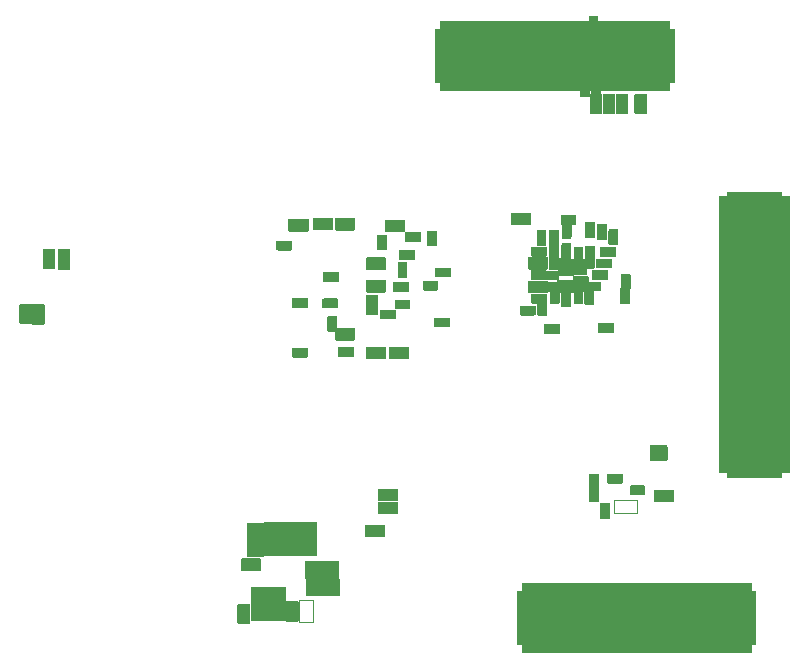
<source format=gbr>
%TF.GenerationSoftware,Altium Limited,Altium Designer,25.7.1 (20)*%
G04 Layer_Color=10063769*
%FSLAX45Y45*%
%MOMM*%
%TF.SameCoordinates,1AA72D45-9F13-4BD8-B423-63960E99F270*%
%TF.FilePolarity,Positive*%
%TF.FileFunction,Other,Bottom_Courtyard*%
%TF.Part,Single*%
G01*
G75*
%TA.AperFunction,NonConductor*%
%ADD108C,0.02540*%
G36*
X5743600Y5400192D02*
X5745709D01*
Y5244389D01*
X5743600D01*
Y5236489D01*
X5642000D01*
Y5244389D01*
X5639892D01*
Y5400192D01*
X5642000D01*
Y5408092D01*
X5743600D01*
Y5400192D01*
D02*
G37*
G36*
X5635092Y5399380D02*
X5637200D01*
Y5243576D01*
X5635092D01*
Y5235677D01*
X5533492D01*
Y5243576D01*
X5531383D01*
Y5399380D01*
X5533492D01*
Y5407279D01*
X5635092D01*
Y5399380D01*
D02*
G37*
G36*
X5493588Y6055309D02*
X5495087D01*
Y6025896D01*
X6100140D01*
Y5957316D01*
X6140856D01*
Y5498338D01*
X6100140D01*
Y5429758D01*
X5514188D01*
Y5407000D01*
X5525440D01*
Y5399100D01*
X5527548D01*
Y5243297D01*
X5525440D01*
Y5235397D01*
X5423840D01*
Y5243297D01*
X5421732D01*
Y5378221D01*
X5341493D01*
Y5388432D01*
X5339994D01*
Y5429758D01*
X4155567D01*
Y5498338D01*
X4114851D01*
Y5957316D01*
X4155567D01*
Y6025896D01*
X5411267D01*
Y6055309D01*
X5412765D01*
Y6065520D01*
X5493588D01*
Y6055309D01*
D02*
G37*
G36*
X5902274Y5398592D02*
X5904382D01*
Y5242789D01*
X5902274D01*
Y5234889D01*
X5800674D01*
Y5242789D01*
X5798566D01*
Y5398592D01*
X5800674D01*
Y5406492D01*
X5902274D01*
Y5398592D01*
D02*
G37*
G36*
X4918050Y4394733D02*
X4925949D01*
Y4293133D01*
X4918050D01*
Y4291025D01*
X4762246D01*
Y4293133D01*
X4754347D01*
Y4394733D01*
X4762246D01*
Y4396842D01*
X4918050D01*
Y4394733D01*
D02*
G37*
G36*
X3241497Y4353611D02*
X3249397D01*
Y4252011D01*
X3241497D01*
Y4249903D01*
X3085694D01*
Y4252011D01*
X3077794D01*
Y4353611D01*
X3085694D01*
Y4355719D01*
X3241497D01*
Y4353611D01*
D02*
G37*
G36*
X3429432Y4352011D02*
X3437331D01*
Y4250411D01*
X3429432D01*
Y4248302D01*
X3273628D01*
Y4250411D01*
X3265729D01*
Y4352011D01*
X3273628D01*
Y4354119D01*
X3429432D01*
Y4352011D01*
D02*
G37*
G36*
X3033370Y4341927D02*
X3041269D01*
Y4240327D01*
X3033370D01*
Y4238219D01*
X2877566D01*
Y4240327D01*
X2869667D01*
Y4341927D01*
X2877566D01*
Y4344035D01*
X3033370D01*
Y4341927D01*
D02*
G37*
G36*
X3852342Y4336948D02*
X3860241D01*
Y4235348D01*
X3852342D01*
Y4233240D01*
X3696538D01*
Y4235348D01*
X3688639D01*
Y4336948D01*
X3696538D01*
Y4339057D01*
X3852342D01*
Y4336948D01*
D02*
G37*
G36*
X5465572Y4313276D02*
X5467071D01*
Y4199484D01*
X5465572D01*
Y4189273D01*
X5384749D01*
Y4199484D01*
X5383251D01*
Y4313276D01*
X5384749D01*
Y4323486D01*
X5465572D01*
Y4313276D01*
D02*
G37*
G36*
X5298745Y4377004D02*
X5308956D01*
Y4296181D01*
X5298745D01*
Y4294683D01*
X5266944D01*
Y4189857D01*
X5265445D01*
Y4179646D01*
X5184623D01*
Y4189857D01*
X5183124D01*
Y4296181D01*
X5174742D01*
Y4377004D01*
X5184953D01*
Y4378503D01*
X5298745D01*
Y4377004D01*
D02*
G37*
G36*
X5565470Y4290517D02*
X5566969D01*
Y4176725D01*
X5565470D01*
Y4166514D01*
X5484647D01*
Y4176725D01*
X5483149D01*
Y4290517D01*
X5484647D01*
Y4300728D01*
X5565470D01*
Y4290517D01*
D02*
G37*
G36*
X3980663Y4232961D02*
X3990873D01*
Y4152138D01*
X3980663D01*
Y4150639D01*
X3866871D01*
Y4152138D01*
X3856660D01*
Y4232961D01*
X3866871D01*
Y4234459D01*
X3980663D01*
Y4232961D01*
D02*
G37*
G36*
X5661025Y4247058D02*
X5662524D01*
Y4133266D01*
X5661025D01*
Y4123055D01*
X5580202D01*
Y4133266D01*
X5578704D01*
Y4247058D01*
X5580202D01*
Y4257269D01*
X5661025D01*
Y4247058D01*
D02*
G37*
G36*
X5052898Y4239260D02*
X5054397D01*
Y4125468D01*
X5052898D01*
Y4115257D01*
X4972075D01*
Y4125468D01*
X4970577D01*
Y4239260D01*
X4972075D01*
Y4249471D01*
X5052898D01*
Y4239260D01*
D02*
G37*
G36*
X4125976Y4237863D02*
X4127475D01*
Y4124071D01*
X4125976D01*
Y4113860D01*
X4045153D01*
Y4124071D01*
X4043655D01*
Y4237863D01*
X4045153D01*
Y4248074D01*
X4125976D01*
Y4237863D01*
D02*
G37*
G36*
X3703117Y4203954D02*
X3704615D01*
Y4090162D01*
X3703117D01*
Y4079951D01*
X3622294D01*
Y4090162D01*
X3620795D01*
Y4203954D01*
X3622294D01*
Y4214165D01*
X3703117D01*
Y4203954D01*
D02*
G37*
G36*
X2892349Y4160088D02*
X2902560D01*
Y4079265D01*
X2892349D01*
Y4077767D01*
X2778557D01*
Y4079265D01*
X2768346D01*
Y4160088D01*
X2778557D01*
Y4161587D01*
X2892349D01*
Y4160088D01*
D02*
G37*
G36*
X5050003Y4109695D02*
X5060213D01*
Y4028872D01*
X5050003D01*
Y4027373D01*
X4936211D01*
Y4028872D01*
X4926000D01*
Y4109695D01*
X4936211D01*
Y4111193D01*
X5050003D01*
Y4109695D01*
D02*
G37*
G36*
X5632044Y4106215D02*
X5642254D01*
Y4025392D01*
X5632044D01*
Y4023893D01*
X5518252D01*
Y4025392D01*
X5508041D01*
Y4106215D01*
X5518252D01*
Y4107713D01*
X5632044D01*
Y4106215D01*
D02*
G37*
G36*
X3927805Y4083380D02*
X3938016D01*
Y4002557D01*
X3927805D01*
Y4001059D01*
X3814013D01*
Y4002557D01*
X3803802D01*
Y4083380D01*
X3814013D01*
Y4084879D01*
X3927805D01*
Y4083380D01*
D02*
G37*
G36*
X5599938Y4009161D02*
X5610149D01*
Y3928339D01*
X5599938D01*
Y3926840D01*
X5486146D01*
Y3928339D01*
X5475935D01*
Y4009161D01*
X5486146D01*
Y4010660D01*
X5599938D01*
Y4009161D01*
D02*
G37*
G36*
X892378Y4084625D02*
X894486D01*
Y3928821D01*
X892378D01*
Y3920922D01*
X790778D01*
Y3928821D01*
X788670D01*
Y4084625D01*
X790778D01*
Y4092524D01*
X892378D01*
Y4084625D01*
D02*
G37*
G36*
X1021080Y4080332D02*
X1023188D01*
Y3924529D01*
X1021080D01*
Y3916629D01*
X919480D01*
Y3924529D01*
X917372D01*
Y4080332D01*
X919480D01*
Y4088232D01*
X1021080D01*
Y4080332D01*
D02*
G37*
G36*
X5061001Y4020210D02*
X5068900D01*
Y3918610D01*
X5061001D01*
Y3916502D01*
X4905197D01*
Y3918610D01*
X4897298D01*
Y4020210D01*
X4905197D01*
Y4022319D01*
X5061001D01*
Y4020210D01*
D02*
G37*
G36*
X3687623Y4019321D02*
X3695522D01*
Y3917721D01*
X3687623D01*
Y3915613D01*
X3531819D01*
Y3917721D01*
X3523920D01*
Y4019321D01*
X3531819D01*
Y4021430D01*
X3687623D01*
Y4019321D01*
D02*
G37*
G36*
X5157191Y4240505D02*
X5158689D01*
Y4126713D01*
Y4018559D01*
X5181346D01*
Y4129634D01*
X5182845D01*
Y4139844D01*
X5263667D01*
Y4129634D01*
X5265166D01*
Y4015842D01*
X5263667D01*
Y4007155D01*
X5284572D01*
Y4099687D01*
X5286070D01*
Y4109898D01*
X5366893D01*
Y4099687D01*
X5368392D01*
Y4009771D01*
X5383047D01*
Y4105224D01*
X5384546D01*
Y4115435D01*
X5465369D01*
Y4105224D01*
X5466867D01*
Y3991432D01*
X5465369D01*
Y3981221D01*
X5463845D01*
Y3927450D01*
X5453634D01*
Y3925951D01*
X5395087D01*
Y3871392D01*
X5384876D01*
Y3869893D01*
X5286883D01*
Y3863137D01*
X5276672D01*
Y3861638D01*
X5163515D01*
Y3826891D01*
X5153304D01*
Y3825494D01*
X5279034D01*
Y3852469D01*
X5280533D01*
Y3862680D01*
X5361356D01*
Y3862426D01*
X5410733D01*
Y3852215D01*
X5412232D01*
Y3816096D01*
X5509285D01*
Y3814597D01*
X5519496D01*
Y3733775D01*
X5509285D01*
Y3732276D01*
X5460416D01*
Y3629838D01*
X5458917D01*
Y3619627D01*
X5378094D01*
Y3629838D01*
X5376596D01*
Y3728212D01*
X5367985D01*
Y3633064D01*
X5366487D01*
Y3622853D01*
X5285664D01*
Y3633064D01*
X5284165D01*
Y3719678D01*
X5262905D01*
Y3607460D01*
X5261407D01*
Y3597250D01*
X5180584D01*
Y3607460D01*
X5179085D01*
Y3719678D01*
X5165674D01*
Y3638779D01*
X5164176D01*
Y3628568D01*
X5083353D01*
Y3638779D01*
X5081854D01*
Y3731870D01*
X5069205D01*
Y3718712D01*
X5061306D01*
Y3716604D01*
X4905502D01*
Y3718712D01*
X4897603D01*
Y3820312D01*
X4905502D01*
Y3822421D01*
X5061306D01*
Y3820312D01*
X5069205D01*
Y3815690D01*
X5140122D01*
Y3823386D01*
X5148021D01*
Y3825392D01*
X5039512D01*
Y3826891D01*
X5029302D01*
Y3831742D01*
X4930267D01*
Y3833241D01*
X4920056D01*
Y3914064D01*
X4930267D01*
Y3915562D01*
X5044059D01*
Y3914064D01*
X5054270D01*
Y3909212D01*
X5152669D01*
Y3912743D01*
X5081880D01*
Y3914851D01*
X5073980D01*
Y4016451D01*
X5074869D01*
Y4126713D01*
Y4240505D01*
X5076368D01*
Y4250715D01*
X5157191D01*
Y4240505D01*
D02*
G37*
G36*
X4237507Y3933495D02*
X4247718D01*
Y3852672D01*
X4237507D01*
Y3851173D01*
X4123715D01*
Y3852672D01*
X4113505D01*
Y3933495D01*
X4123715D01*
Y3934993D01*
X4237507D01*
Y3933495D01*
D02*
G37*
G36*
X3876015Y3971849D02*
X3877513D01*
Y3858057D01*
X3876015D01*
Y3847846D01*
X3795192D01*
Y3858057D01*
X3793693D01*
Y3971849D01*
X3795192D01*
Y3982060D01*
X3876015D01*
Y3971849D01*
D02*
G37*
G36*
X5567020Y3914064D02*
X5577230D01*
Y3833241D01*
X5567020D01*
Y3831742D01*
X5453228D01*
Y3833241D01*
X5443017D01*
Y3914064D01*
X5453228D01*
Y3915562D01*
X5567020D01*
Y3914064D01*
D02*
G37*
G36*
X3284626Y3893439D02*
X3294837D01*
Y3812616D01*
X3284626D01*
Y3811118D01*
X3170834D01*
Y3812616D01*
X3160624D01*
Y3893439D01*
X3170834D01*
Y3894938D01*
X3284626D01*
Y3893439D01*
D02*
G37*
G36*
X4130091Y3822141D02*
X4140302D01*
Y3741318D01*
X4130091D01*
Y3739820D01*
X4016299D01*
Y3741318D01*
X4006088D01*
Y3822141D01*
X4016299D01*
Y3823640D01*
X4130091D01*
Y3822141D01*
D02*
G37*
G36*
X3878377Y3812159D02*
X3888588D01*
Y3731336D01*
X3878377D01*
Y3729838D01*
X3764585D01*
Y3731336D01*
X3754374D01*
Y3812159D01*
X3764585D01*
Y3813658D01*
X3878377D01*
Y3812159D01*
D02*
G37*
G36*
X3688715Y3826815D02*
X3696614D01*
Y3725215D01*
X3688715D01*
Y3723107D01*
X3532911D01*
Y3725215D01*
X3525012D01*
Y3826815D01*
X3532911D01*
Y3828923D01*
X3688715D01*
Y3826815D01*
D02*
G37*
G36*
X5765876Y3870985D02*
X5767375D01*
Y3757193D01*
X5765876D01*
Y3746983D01*
X5761838D01*
Y3639693D01*
X5760339D01*
Y3629482D01*
X5679516D01*
Y3639693D01*
X5678018D01*
Y3753485D01*
X5679516D01*
Y3763696D01*
X5683555D01*
Y3870985D01*
X5685053D01*
Y3881196D01*
X5765876D01*
Y3870985D01*
D02*
G37*
G36*
X3023845Y3675659D02*
X3034055D01*
Y3594837D01*
X3023845D01*
Y3593338D01*
X2910053D01*
Y3594837D01*
X2899842D01*
Y3675659D01*
X2910053D01*
Y3677158D01*
X3023845D01*
Y3675659D01*
D02*
G37*
G36*
X3282391Y3672002D02*
X3292602D01*
Y3591179D01*
X3282391D01*
Y3589680D01*
X3168599D01*
Y3591179D01*
X3158388D01*
Y3672002D01*
X3168599D01*
Y3673500D01*
X3282391D01*
Y3672002D01*
D02*
G37*
G36*
X3893287Y3662121D02*
X3903497D01*
Y3581298D01*
X3893287D01*
Y3579800D01*
X3779495D01*
Y3581298D01*
X3769284D01*
Y3662121D01*
X3779495D01*
Y3663620D01*
X3893287D01*
Y3662121D01*
D02*
G37*
G36*
X3628542Y3695065D02*
X3630651D01*
Y3539261D01*
X3628542D01*
Y3531362D01*
X3526942D01*
Y3539261D01*
X3524834D01*
Y3695065D01*
X3526942D01*
Y3702964D01*
X3628542D01*
Y3695065D01*
D02*
G37*
G36*
X4951857Y3610864D02*
X4962068D01*
Y3530041D01*
X4951857D01*
Y3528543D01*
X4838065D01*
Y3530041D01*
X4827854D01*
Y3610864D01*
X4838065D01*
Y3612363D01*
X4951857D01*
Y3610864D01*
D02*
G37*
G36*
X5047767Y3711473D02*
X5057978D01*
Y3655644D01*
X5060620D01*
Y3645433D01*
X5062118D01*
Y3531641D01*
X5060620D01*
Y3521431D01*
X4979797D01*
Y3531641D01*
X4978298D01*
Y3629152D01*
X4933975D01*
Y3630651D01*
X4923765D01*
Y3711473D01*
X4933975D01*
Y3712972D01*
X5047767D01*
Y3711473D01*
D02*
G37*
G36*
X3769741Y3577565D02*
X3779952D01*
Y3496742D01*
X3769741D01*
Y3495243D01*
X3655949D01*
Y3496742D01*
X3645738D01*
Y3577565D01*
X3655949D01*
Y3579063D01*
X3769741D01*
Y3577565D01*
D02*
G37*
G36*
X694995Y3618255D02*
X697103D01*
Y3462452D01*
X694995D01*
Y3454552D01*
X593395D01*
Y3462452D01*
X591287D01*
Y3618255D01*
X593395D01*
Y3626155D01*
X694995D01*
Y3618255D01*
D02*
G37*
G36*
X802894Y3614522D02*
X805002D01*
Y3458718D01*
X802894D01*
Y3450819D01*
X701294D01*
Y3458718D01*
X699186D01*
Y3614522D01*
X701294D01*
Y3622421D01*
X802894D01*
Y3614522D01*
D02*
G37*
G36*
X4229989Y3510356D02*
X4240200D01*
Y3429533D01*
X4229989D01*
Y3428035D01*
X4116197D01*
Y3429533D01*
X4105986D01*
Y3510356D01*
X4116197D01*
Y3511855D01*
X4229989D01*
Y3510356D01*
D02*
G37*
G36*
X5615229Y3461283D02*
X5625440D01*
Y3380461D01*
X5615229D01*
Y3378962D01*
X5501437D01*
Y3380461D01*
X5491226D01*
Y3461283D01*
X5501437D01*
Y3462782D01*
X5615229D01*
Y3461283D01*
D02*
G37*
G36*
X5158918Y3453028D02*
X5169129D01*
Y3372206D01*
X5158918D01*
Y3370707D01*
X5045126D01*
Y3372206D01*
X5034915D01*
Y3453028D01*
X5045126D01*
Y3454527D01*
X5158918D01*
Y3453028D01*
D02*
G37*
G36*
X3282620Y3513607D02*
X3284118D01*
Y3421532D01*
X3427654D01*
Y3419424D01*
X3435553D01*
Y3317824D01*
X3427654D01*
Y3315716D01*
X3271850D01*
Y3317824D01*
X3263951D01*
Y3389605D01*
X3201797D01*
Y3399815D01*
X3200298D01*
Y3513607D01*
X3201797D01*
Y3523818D01*
X3282620D01*
Y3513607D01*
D02*
G37*
G36*
X3414166Y3259201D02*
X3424377D01*
Y3178378D01*
X3414166D01*
Y3176880D01*
X3300374D01*
Y3178378D01*
X3290164D01*
Y3259201D01*
X3300374D01*
Y3260700D01*
X3414166D01*
Y3259201D01*
D02*
G37*
G36*
X3025419Y3255569D02*
X3035630D01*
Y3174746D01*
X3025419D01*
Y3173247D01*
X2911627D01*
Y3174746D01*
X2901417D01*
Y3255569D01*
X2911627D01*
Y3257067D01*
X3025419D01*
Y3255569D01*
D02*
G37*
G36*
X3692449Y3262198D02*
X3700348D01*
Y3160598D01*
X3692449D01*
Y3158490D01*
X3536645D01*
Y3160598D01*
X3528746D01*
Y3262198D01*
X3536645D01*
Y3264306D01*
X3692449D01*
Y3262198D01*
D02*
G37*
G36*
X3883736Y3260115D02*
X3891636D01*
Y3158515D01*
X3883736D01*
Y3156407D01*
X3727933D01*
Y3158515D01*
X3720033D01*
Y3260115D01*
X3727933D01*
Y3262224D01*
X3883736D01*
Y3260115D01*
D02*
G37*
G36*
X6014060Y2429789D02*
X6079617D01*
Y2419579D01*
X6081116D01*
Y2305787D01*
X6079617D01*
Y2295576D01*
X5998794D01*
Y2295703D01*
X5933237D01*
Y2305914D01*
X5931738D01*
Y2419706D01*
X5933237D01*
Y2429916D01*
X6014060D01*
Y2429789D01*
D02*
G37*
G36*
X7046087Y4536719D02*
X7114667D01*
Y2192147D01*
X7046087D01*
Y2151431D01*
X6587109D01*
Y2192147D01*
X6518529D01*
Y4536719D01*
X6587109D01*
Y4577436D01*
X7046087D01*
Y4536719D01*
D02*
G37*
G36*
X5691403Y2187550D02*
X5701614D01*
Y2106727D01*
X5691403D01*
Y2105228D01*
X5577611D01*
Y2106727D01*
X5567401D01*
Y2187550D01*
X5577611D01*
Y2189048D01*
X5691403D01*
Y2187550D01*
D02*
G37*
G36*
X5883021Y2088490D02*
X5893232D01*
Y2007667D01*
X5883021D01*
Y2006168D01*
X5769229D01*
Y2007667D01*
X5759018D01*
Y2088490D01*
X5769229D01*
Y2089988D01*
X5883021D01*
Y2088490D01*
D02*
G37*
G36*
X3789096Y2060804D02*
X3796995D01*
Y1959204D01*
X3789096D01*
Y1957095D01*
X3633292D01*
Y1959204D01*
X3625393D01*
Y2060804D01*
X3633292D01*
Y2062912D01*
X3789096D01*
Y2060804D01*
D02*
G37*
G36*
X5499938Y2180742D02*
X5501437D01*
Y2066950D01*
X5500649D01*
Y1961210D01*
X5499151D01*
Y1950999D01*
X5418328D01*
Y1961210D01*
X5416829D01*
Y2075002D01*
X5417617D01*
Y2180742D01*
X5419115D01*
Y2190953D01*
X5499938D01*
Y2180742D01*
D02*
G37*
G36*
X6129223Y2051304D02*
X6137123D01*
Y1949704D01*
X6129223D01*
Y1947596D01*
X5973420D01*
Y1949704D01*
X5965520D01*
Y2051304D01*
X5973420D01*
Y2053412D01*
X6129223D01*
Y2051304D01*
D02*
G37*
G36*
X3789121Y1950085D02*
X3797021D01*
Y1848485D01*
X3789121D01*
Y1846377D01*
X3633318D01*
Y1848485D01*
X3625418D01*
Y1950085D01*
X3633318D01*
Y1952193D01*
X3789121D01*
Y1950085D01*
D02*
G37*
G36*
X5592851Y1933397D02*
X5594350D01*
Y1819605D01*
X5592851D01*
Y1809394D01*
X5512029D01*
Y1819605D01*
X5510530D01*
Y1933397D01*
X5512029D01*
Y1943608D01*
X5592851D01*
Y1933397D01*
D02*
G37*
G36*
X3681603Y1754556D02*
X3689502D01*
Y1652956D01*
X3681603D01*
Y1650848D01*
X3525799D01*
Y1652956D01*
X3517900D01*
Y1754556D01*
X3525799D01*
Y1756664D01*
X3681603D01*
Y1754556D01*
D02*
G37*
G36*
X3109925Y1491691D02*
X2962935D01*
Y1491005D01*
X2815615D01*
Y1778025D01*
X2962605D01*
Y1778711D01*
X3109925D01*
Y1491691D01*
D02*
G37*
G36*
X2814549Y1490523D02*
X2667229D01*
Y1777543D01*
X2814549D01*
Y1490523D01*
D02*
G37*
G36*
X2663876Y1486814D02*
X2516556D01*
Y1773834D01*
X2663876D01*
Y1486814D01*
D02*
G37*
G36*
X2629586Y1471219D02*
X2637485D01*
Y1369619D01*
X2629586D01*
Y1367511D01*
X2473782D01*
Y1369619D01*
X2465883D01*
Y1471219D01*
X2473782D01*
Y1473327D01*
X2629586D01*
Y1471219D01*
D02*
G37*
G36*
X3300552Y1301674D02*
X3013532D01*
Y1448994D01*
X3300552D01*
Y1301674D01*
D02*
G37*
G36*
X3302584Y1150188D02*
X3015564D01*
Y1297508D01*
X3302584D01*
Y1150188D01*
D02*
G37*
G36*
X2696972Y945464D02*
X2549652D01*
Y1232484D01*
X2696972D01*
Y945464D01*
D02*
G37*
G36*
X2846095Y945439D02*
X2698775D01*
Y1232459D01*
X2846095D01*
Y945439D01*
D02*
G37*
G36*
X2955392Y1101573D02*
X2957500D01*
Y945769D01*
X2955392D01*
Y937870D01*
X2853792D01*
Y945769D01*
X2851683D01*
Y1101573D01*
X2853792D01*
Y1109472D01*
X2955392D01*
Y1101573D01*
D02*
G37*
G36*
X2541702Y1080491D02*
X2543810D01*
Y924687D01*
X2541702D01*
Y916788D01*
X2440102D01*
Y924687D01*
X2437994D01*
Y1080491D01*
X2440102D01*
Y1088390D01*
X2541702D01*
Y1080491D01*
D02*
G37*
G36*
X6792011Y1198397D02*
X6832727D01*
Y739419D01*
X6792011D01*
Y670839D01*
X4847438D01*
Y739419D01*
X4806721D01*
Y1198397D01*
X4847438D01*
Y1266977D01*
X6792011D01*
Y1198397D01*
D02*
G37*
%LPC*%
G36*
X5430368Y5429758D02*
X5423814D01*
Y5399100D01*
X5423840D01*
Y5407000D01*
X5430368D01*
Y5429758D01*
D02*
G37*
%LPD*%
D108*
X2962453Y932459D02*
Y1123975D01*
Y932459D02*
X3078277D01*
Y1123975D01*
X2962453D02*
X3078277D01*
X5628716Y1968678D02*
X5820232D01*
X5628716Y1852854D02*
Y1968678D01*
Y1852854D02*
X5820232D01*
Y1968678D01*
%TF.MD5,6b38c642b28d759f64dfe3609f6ca4e1*%
M02*

</source>
